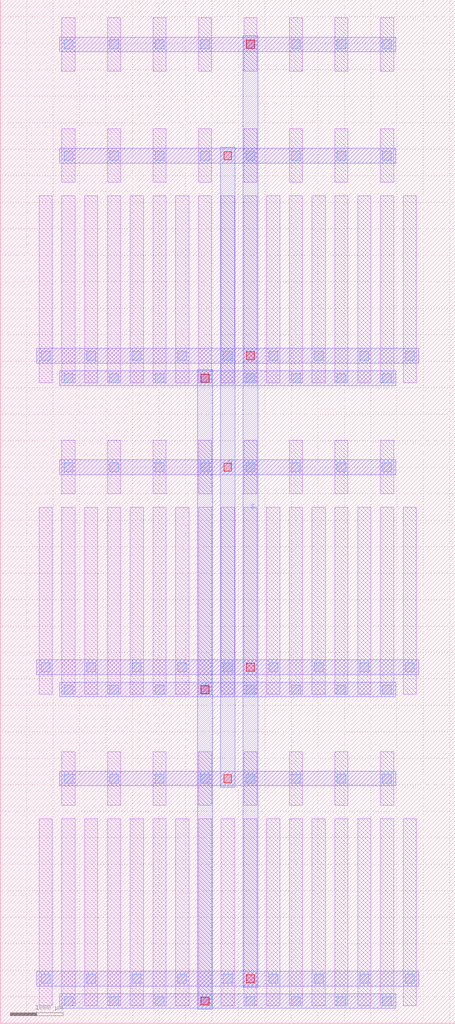
<source format=lef>
MACRO PMOS_S_2470631_X8_Y3
  UNITS 
    DATABASE MICRONS UNITS 1000;
  END UNITS 
  ORIGIN 0 0 ;
  FOREIGN PMOS_S_2470631_X8_Y3 0 0 ;
  SIZE 8600 BY 19320 ;
  PIN D
    DIRECTION INOUT ;
    USE SIGNAL ;
    PORT
      LAYER M3 ;
        RECT 3730 260 4010 12340 ;
    END
  END D
  PIN G
    DIRECTION INOUT ;
    USE SIGNAL ;
    PORT
      LAYER M3 ;
        RECT 4160 4460 4440 16540 ;
    END
  END G
  PIN S
    DIRECTION INOUT ;
    USE SIGNAL ;
    PORT
      LAYER M3 ;
        RECT 4590 680 4870 18640 ;
    END
  END S
  OBS
    LAYER M1 ;
      RECT 1165 335 1415 3865 ;
    LAYER M1 ;
      RECT 1165 4115 1415 5125 ;
    LAYER M1 ;
      RECT 1165 6215 1415 9745 ;
    LAYER M1 ;
      RECT 1165 9995 1415 11005 ;
    LAYER M1 ;
      RECT 1165 12095 1415 15625 ;
    LAYER M1 ;
      RECT 1165 15875 1415 16885 ;
    LAYER M1 ;
      RECT 1165 17975 1415 18985 ;
    LAYER M1 ;
      RECT 735 335 985 3865 ;
    LAYER M1 ;
      RECT 735 6215 985 9745 ;
    LAYER M1 ;
      RECT 735 12095 985 15625 ;
    LAYER M1 ;
      RECT 1595 335 1845 3865 ;
    LAYER M1 ;
      RECT 1595 6215 1845 9745 ;
    LAYER M1 ;
      RECT 1595 12095 1845 15625 ;
    LAYER M1 ;
      RECT 2025 335 2275 3865 ;
    LAYER M1 ;
      RECT 2025 4115 2275 5125 ;
    LAYER M1 ;
      RECT 2025 6215 2275 9745 ;
    LAYER M1 ;
      RECT 2025 9995 2275 11005 ;
    LAYER M1 ;
      RECT 2025 12095 2275 15625 ;
    LAYER M1 ;
      RECT 2025 15875 2275 16885 ;
    LAYER M1 ;
      RECT 2025 17975 2275 18985 ;
    LAYER M1 ;
      RECT 2455 335 2705 3865 ;
    LAYER M1 ;
      RECT 2455 6215 2705 9745 ;
    LAYER M1 ;
      RECT 2455 12095 2705 15625 ;
    LAYER M1 ;
      RECT 2885 335 3135 3865 ;
    LAYER M1 ;
      RECT 2885 4115 3135 5125 ;
    LAYER M1 ;
      RECT 2885 6215 3135 9745 ;
    LAYER M1 ;
      RECT 2885 9995 3135 11005 ;
    LAYER M1 ;
      RECT 2885 12095 3135 15625 ;
    LAYER M1 ;
      RECT 2885 15875 3135 16885 ;
    LAYER M1 ;
      RECT 2885 17975 3135 18985 ;
    LAYER M1 ;
      RECT 3315 335 3565 3865 ;
    LAYER M1 ;
      RECT 3315 6215 3565 9745 ;
    LAYER M1 ;
      RECT 3315 12095 3565 15625 ;
    LAYER M1 ;
      RECT 3745 335 3995 3865 ;
    LAYER M1 ;
      RECT 3745 4115 3995 5125 ;
    LAYER M1 ;
      RECT 3745 6215 3995 9745 ;
    LAYER M1 ;
      RECT 3745 9995 3995 11005 ;
    LAYER M1 ;
      RECT 3745 12095 3995 15625 ;
    LAYER M1 ;
      RECT 3745 15875 3995 16885 ;
    LAYER M1 ;
      RECT 3745 17975 3995 18985 ;
    LAYER M1 ;
      RECT 4175 335 4425 3865 ;
    LAYER M1 ;
      RECT 4175 6215 4425 9745 ;
    LAYER M1 ;
      RECT 4175 12095 4425 15625 ;
    LAYER M1 ;
      RECT 4605 335 4855 3865 ;
    LAYER M1 ;
      RECT 4605 4115 4855 5125 ;
    LAYER M1 ;
      RECT 4605 6215 4855 9745 ;
    LAYER M1 ;
      RECT 4605 9995 4855 11005 ;
    LAYER M1 ;
      RECT 4605 12095 4855 15625 ;
    LAYER M1 ;
      RECT 4605 15875 4855 16885 ;
    LAYER M1 ;
      RECT 4605 17975 4855 18985 ;
    LAYER M1 ;
      RECT 5035 335 5285 3865 ;
    LAYER M1 ;
      RECT 5035 6215 5285 9745 ;
    LAYER M1 ;
      RECT 5035 12095 5285 15625 ;
    LAYER M1 ;
      RECT 5465 335 5715 3865 ;
    LAYER M1 ;
      RECT 5465 4115 5715 5125 ;
    LAYER M1 ;
      RECT 5465 6215 5715 9745 ;
    LAYER M1 ;
      RECT 5465 9995 5715 11005 ;
    LAYER M1 ;
      RECT 5465 12095 5715 15625 ;
    LAYER M1 ;
      RECT 5465 15875 5715 16885 ;
    LAYER M1 ;
      RECT 5465 17975 5715 18985 ;
    LAYER M1 ;
      RECT 5895 335 6145 3865 ;
    LAYER M1 ;
      RECT 5895 6215 6145 9745 ;
    LAYER M1 ;
      RECT 5895 12095 6145 15625 ;
    LAYER M1 ;
      RECT 6325 335 6575 3865 ;
    LAYER M1 ;
      RECT 6325 4115 6575 5125 ;
    LAYER M1 ;
      RECT 6325 6215 6575 9745 ;
    LAYER M1 ;
      RECT 6325 9995 6575 11005 ;
    LAYER M1 ;
      RECT 6325 12095 6575 15625 ;
    LAYER M1 ;
      RECT 6325 15875 6575 16885 ;
    LAYER M1 ;
      RECT 6325 17975 6575 18985 ;
    LAYER M1 ;
      RECT 6755 335 7005 3865 ;
    LAYER M1 ;
      RECT 6755 6215 7005 9745 ;
    LAYER M1 ;
      RECT 6755 12095 7005 15625 ;
    LAYER M1 ;
      RECT 7185 335 7435 3865 ;
    LAYER M1 ;
      RECT 7185 4115 7435 5125 ;
    LAYER M1 ;
      RECT 7185 6215 7435 9745 ;
    LAYER M1 ;
      RECT 7185 9995 7435 11005 ;
    LAYER M1 ;
      RECT 7185 12095 7435 15625 ;
    LAYER M1 ;
      RECT 7185 15875 7435 16885 ;
    LAYER M1 ;
      RECT 7185 17975 7435 18985 ;
    LAYER M1 ;
      RECT 7615 335 7865 3865 ;
    LAYER M1 ;
      RECT 7615 6215 7865 9745 ;
    LAYER M1 ;
      RECT 7615 12095 7865 15625 ;
    LAYER M2 ;
      RECT 1120 280 7480 560 ;
    LAYER M2 ;
      RECT 1120 4480 7480 4760 ;
    LAYER M2 ;
      RECT 690 700 7910 980 ;
    LAYER M2 ;
      RECT 1120 6160 7480 6440 ;
    LAYER M2 ;
      RECT 1120 10360 7480 10640 ;
    LAYER M2 ;
      RECT 690 6580 7910 6860 ;
    LAYER M2 ;
      RECT 1120 12040 7480 12320 ;
    LAYER M2 ;
      RECT 1120 16240 7480 16520 ;
    LAYER M2 ;
      RECT 690 12460 7910 12740 ;
    LAYER M2 ;
      RECT 1120 18340 7480 18620 ;
    LAYER V1 ;
      RECT 1205 335 1375 505 ;
    LAYER V1 ;
      RECT 1205 4535 1375 4705 ;
    LAYER V1 ;
      RECT 1205 6215 1375 6385 ;
    LAYER V1 ;
      RECT 1205 10415 1375 10585 ;
    LAYER V1 ;
      RECT 1205 12095 1375 12265 ;
    LAYER V1 ;
      RECT 1205 16295 1375 16465 ;
    LAYER V1 ;
      RECT 1205 18395 1375 18565 ;
    LAYER V1 ;
      RECT 2065 335 2235 505 ;
    LAYER V1 ;
      RECT 2065 4535 2235 4705 ;
    LAYER V1 ;
      RECT 2065 6215 2235 6385 ;
    LAYER V1 ;
      RECT 2065 10415 2235 10585 ;
    LAYER V1 ;
      RECT 2065 12095 2235 12265 ;
    LAYER V1 ;
      RECT 2065 16295 2235 16465 ;
    LAYER V1 ;
      RECT 2065 18395 2235 18565 ;
    LAYER V1 ;
      RECT 2925 335 3095 505 ;
    LAYER V1 ;
      RECT 2925 4535 3095 4705 ;
    LAYER V1 ;
      RECT 2925 6215 3095 6385 ;
    LAYER V1 ;
      RECT 2925 10415 3095 10585 ;
    LAYER V1 ;
      RECT 2925 12095 3095 12265 ;
    LAYER V1 ;
      RECT 2925 16295 3095 16465 ;
    LAYER V1 ;
      RECT 2925 18395 3095 18565 ;
    LAYER V1 ;
      RECT 3785 335 3955 505 ;
    LAYER V1 ;
      RECT 3785 4535 3955 4705 ;
    LAYER V1 ;
      RECT 3785 6215 3955 6385 ;
    LAYER V1 ;
      RECT 3785 10415 3955 10585 ;
    LAYER V1 ;
      RECT 3785 12095 3955 12265 ;
    LAYER V1 ;
      RECT 3785 16295 3955 16465 ;
    LAYER V1 ;
      RECT 3785 18395 3955 18565 ;
    LAYER V1 ;
      RECT 4645 335 4815 505 ;
    LAYER V1 ;
      RECT 4645 4535 4815 4705 ;
    LAYER V1 ;
      RECT 4645 6215 4815 6385 ;
    LAYER V1 ;
      RECT 4645 10415 4815 10585 ;
    LAYER V1 ;
      RECT 4645 12095 4815 12265 ;
    LAYER V1 ;
      RECT 4645 16295 4815 16465 ;
    LAYER V1 ;
      RECT 4645 18395 4815 18565 ;
    LAYER V1 ;
      RECT 5505 335 5675 505 ;
    LAYER V1 ;
      RECT 5505 4535 5675 4705 ;
    LAYER V1 ;
      RECT 5505 6215 5675 6385 ;
    LAYER V1 ;
      RECT 5505 10415 5675 10585 ;
    LAYER V1 ;
      RECT 5505 12095 5675 12265 ;
    LAYER V1 ;
      RECT 5505 16295 5675 16465 ;
    LAYER V1 ;
      RECT 5505 18395 5675 18565 ;
    LAYER V1 ;
      RECT 6365 335 6535 505 ;
    LAYER V1 ;
      RECT 6365 4535 6535 4705 ;
    LAYER V1 ;
      RECT 6365 6215 6535 6385 ;
    LAYER V1 ;
      RECT 6365 10415 6535 10585 ;
    LAYER V1 ;
      RECT 6365 12095 6535 12265 ;
    LAYER V1 ;
      RECT 6365 16295 6535 16465 ;
    LAYER V1 ;
      RECT 6365 18395 6535 18565 ;
    LAYER V1 ;
      RECT 7225 335 7395 505 ;
    LAYER V1 ;
      RECT 7225 4535 7395 4705 ;
    LAYER V1 ;
      RECT 7225 6215 7395 6385 ;
    LAYER V1 ;
      RECT 7225 10415 7395 10585 ;
    LAYER V1 ;
      RECT 7225 12095 7395 12265 ;
    LAYER V1 ;
      RECT 7225 16295 7395 16465 ;
    LAYER V1 ;
      RECT 7225 18395 7395 18565 ;
    LAYER V1 ;
      RECT 775 755 945 925 ;
    LAYER V1 ;
      RECT 775 6635 945 6805 ;
    LAYER V1 ;
      RECT 775 12515 945 12685 ;
    LAYER V1 ;
      RECT 1635 755 1805 925 ;
    LAYER V1 ;
      RECT 1635 6635 1805 6805 ;
    LAYER V1 ;
      RECT 1635 12515 1805 12685 ;
    LAYER V1 ;
      RECT 2495 755 2665 925 ;
    LAYER V1 ;
      RECT 2495 6635 2665 6805 ;
    LAYER V1 ;
      RECT 2495 12515 2665 12685 ;
    LAYER V1 ;
      RECT 3355 755 3525 925 ;
    LAYER V1 ;
      RECT 3355 6635 3525 6805 ;
    LAYER V1 ;
      RECT 3355 12515 3525 12685 ;
    LAYER V1 ;
      RECT 4215 755 4385 925 ;
    LAYER V1 ;
      RECT 4215 6635 4385 6805 ;
    LAYER V1 ;
      RECT 4215 12515 4385 12685 ;
    LAYER V1 ;
      RECT 5075 755 5245 925 ;
    LAYER V1 ;
      RECT 5075 6635 5245 6805 ;
    LAYER V1 ;
      RECT 5075 12515 5245 12685 ;
    LAYER V1 ;
      RECT 5935 755 6105 925 ;
    LAYER V1 ;
      RECT 5935 6635 6105 6805 ;
    LAYER V1 ;
      RECT 5935 12515 6105 12685 ;
    LAYER V1 ;
      RECT 6795 755 6965 925 ;
    LAYER V1 ;
      RECT 6795 6635 6965 6805 ;
    LAYER V1 ;
      RECT 6795 12515 6965 12685 ;
    LAYER V1 ;
      RECT 7655 755 7825 925 ;
    LAYER V1 ;
      RECT 7655 6635 7825 6805 ;
    LAYER V1 ;
      RECT 7655 12515 7825 12685 ;
    LAYER V2 ;
      RECT 3795 345 3945 495 ;
    LAYER V2 ;
      RECT 3795 6225 3945 6375 ;
    LAYER V2 ;
      RECT 3795 12105 3945 12255 ;
    LAYER V2 ;
      RECT 4225 4545 4375 4695 ;
    LAYER V2 ;
      RECT 4225 10425 4375 10575 ;
    LAYER V2 ;
      RECT 4225 16305 4375 16455 ;
    LAYER V2 ;
      RECT 4655 765 4805 915 ;
    LAYER V2 ;
      RECT 4655 6645 4805 6795 ;
    LAYER V2 ;
      RECT 4655 12525 4805 12675 ;
    LAYER V2 ;
      RECT 4655 18405 4805 18555 ;
  END
END PMOS_S_2470631_X8_Y3

</source>
